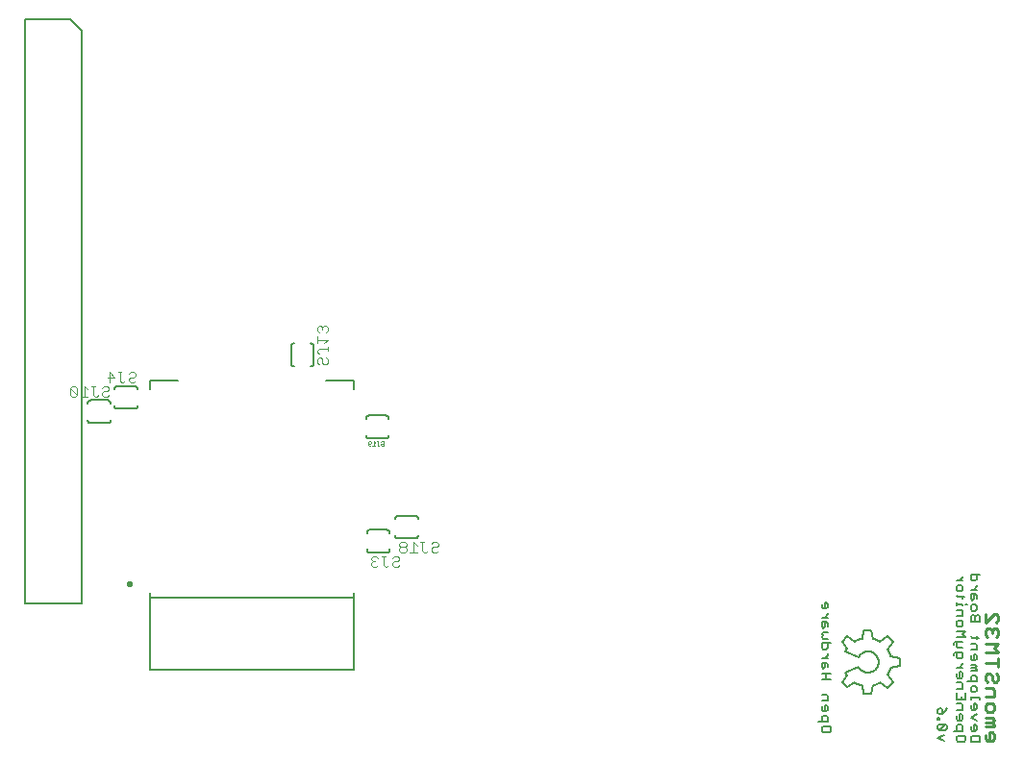
<source format=gbo>
G04 EAGLE Gerber RS-274X export*
G75*
%MOMM*%
%FSLAX34Y34*%
%LPD*%
%INSilkscreen Bottom*%
%IPPOS*%
%AMOC8*
5,1,8,0,0,1.08239X$1,22.5*%
G01*
%ADD10C,0.203200*%
%ADD11C,0.279400*%
%ADD12C,0.152400*%
%ADD13C,0.127000*%
%ADD14C,0.300000*%
%ADD15C,0.076200*%
%ADD16C,0.025400*%


D10*
X1066731Y140693D02*
X1066731Y137982D01*
X1065375Y136626D01*
X1059952Y136626D01*
X1058596Y137982D01*
X1058596Y140693D01*
X1059952Y142049D01*
X1065375Y142049D01*
X1066731Y140693D01*
X1064019Y145981D02*
X1055884Y145981D01*
X1064019Y145981D02*
X1064019Y150049D01*
X1062663Y151404D01*
X1059952Y151404D01*
X1058596Y150049D01*
X1058596Y145981D01*
X1058596Y156692D02*
X1058596Y159404D01*
X1058596Y156692D02*
X1059952Y155336D01*
X1062663Y155336D01*
X1064019Y156692D01*
X1064019Y159404D01*
X1062663Y160760D01*
X1061308Y160760D01*
X1061308Y155336D01*
X1064019Y164692D02*
X1058596Y164692D01*
X1064019Y164692D02*
X1064019Y168759D01*
X1062663Y170115D01*
X1058596Y170115D01*
X1066731Y174047D02*
X1066731Y179470D01*
X1066731Y174047D02*
X1058596Y174047D01*
X1058596Y179470D01*
X1062663Y176758D02*
X1062663Y174047D01*
X1064019Y183402D02*
X1058596Y183402D01*
X1064019Y183402D02*
X1064019Y187469D01*
X1062663Y188825D01*
X1058596Y188825D01*
X1058596Y194113D02*
X1058596Y196825D01*
X1058596Y194113D02*
X1059952Y192757D01*
X1062663Y192757D01*
X1064019Y194113D01*
X1064019Y196825D01*
X1062663Y198180D01*
X1061308Y198180D01*
X1061308Y192757D01*
X1064019Y202112D02*
X1058596Y202112D01*
X1061308Y202112D02*
X1064019Y204824D01*
X1064019Y206180D01*
X1055884Y212620D02*
X1055884Y213976D01*
X1057240Y215332D01*
X1064019Y215332D01*
X1064019Y211264D01*
X1062663Y209908D01*
X1059952Y209908D01*
X1058596Y211264D01*
X1058596Y215332D01*
X1059952Y219263D02*
X1064019Y219263D01*
X1059952Y219263D02*
X1058596Y220619D01*
X1058596Y224687D01*
X1057240Y224687D02*
X1064019Y224687D01*
X1057240Y224687D02*
X1055884Y223331D01*
X1055884Y221975D01*
X1058596Y228619D02*
X1066731Y228619D01*
X1064019Y231330D01*
X1066731Y234042D01*
X1058596Y234042D01*
X1058596Y239330D02*
X1058596Y242041D01*
X1059952Y243397D01*
X1062663Y243397D01*
X1064019Y242041D01*
X1064019Y239330D01*
X1062663Y237974D01*
X1059952Y237974D01*
X1058596Y239330D01*
X1058596Y247329D02*
X1064019Y247329D01*
X1064019Y251397D01*
X1062663Y252752D01*
X1058596Y252752D01*
X1064019Y256684D02*
X1064019Y258040D01*
X1058596Y258040D01*
X1058596Y256684D02*
X1058596Y259396D01*
X1066731Y258040D02*
X1068087Y258040D01*
X1065375Y264277D02*
X1059952Y264277D01*
X1058596Y265633D01*
X1064019Y265633D02*
X1064019Y262921D01*
X1058596Y270514D02*
X1058596Y273225D01*
X1059952Y274581D01*
X1062663Y274581D01*
X1064019Y273225D01*
X1064019Y270514D01*
X1062663Y269158D01*
X1059952Y269158D01*
X1058596Y270514D01*
X1058596Y278513D02*
X1064019Y278513D01*
X1061308Y278513D02*
X1064019Y281225D01*
X1064019Y282580D01*
X1071096Y136626D02*
X1079231Y136626D01*
X1071096Y136626D02*
X1071096Y140693D01*
X1072452Y142049D01*
X1077875Y142049D01*
X1079231Y140693D01*
X1079231Y136626D01*
X1071096Y147337D02*
X1071096Y150049D01*
X1071096Y147337D02*
X1072452Y145981D01*
X1075163Y145981D01*
X1076519Y147337D01*
X1076519Y150049D01*
X1075163Y151404D01*
X1073808Y151404D01*
X1073808Y145981D01*
X1076519Y155336D02*
X1071096Y158048D01*
X1076519Y160760D01*
X1071096Y166047D02*
X1071096Y168759D01*
X1071096Y166047D02*
X1072452Y164692D01*
X1075163Y164692D01*
X1076519Y166047D01*
X1076519Y168759D01*
X1075163Y170115D01*
X1073808Y170115D01*
X1073808Y164692D01*
X1079231Y174047D02*
X1079231Y175403D01*
X1071096Y175403D01*
X1071096Y176758D02*
X1071096Y174047D01*
X1071096Y181639D02*
X1071096Y184351D01*
X1072452Y185707D01*
X1075163Y185707D01*
X1076519Y184351D01*
X1076519Y181639D01*
X1075163Y180284D01*
X1072452Y180284D01*
X1071096Y181639D01*
X1068384Y189639D02*
X1076519Y189639D01*
X1076519Y193706D01*
X1075163Y195062D01*
X1072452Y195062D01*
X1071096Y193706D01*
X1071096Y189639D01*
X1071096Y198994D02*
X1076519Y198994D01*
X1076519Y200350D01*
X1075163Y201706D01*
X1071096Y201706D01*
X1075163Y201706D02*
X1076519Y203061D01*
X1075163Y204417D01*
X1071096Y204417D01*
X1071096Y209705D02*
X1071096Y212417D01*
X1071096Y209705D02*
X1072452Y208349D01*
X1075163Y208349D01*
X1076519Y209705D01*
X1076519Y212417D01*
X1075163Y213772D01*
X1073808Y213772D01*
X1073808Y208349D01*
X1076519Y217704D02*
X1071096Y217704D01*
X1076519Y217704D02*
X1076519Y221772D01*
X1075163Y223128D01*
X1071096Y223128D01*
X1072452Y228415D02*
X1077875Y228415D01*
X1072452Y228415D02*
X1071096Y229771D01*
X1076519Y229771D02*
X1076519Y227059D01*
X1079231Y242651D02*
X1071096Y242651D01*
X1079231Y242651D02*
X1079231Y246719D01*
X1077875Y248075D01*
X1076519Y248075D01*
X1075163Y246719D01*
X1073808Y248075D01*
X1072452Y248075D01*
X1071096Y246719D01*
X1071096Y242651D01*
X1075163Y242651D02*
X1075163Y246719D01*
X1071096Y253362D02*
X1071096Y256074D01*
X1072452Y257430D01*
X1075163Y257430D01*
X1076519Y256074D01*
X1076519Y253362D01*
X1075163Y252007D01*
X1072452Y252007D01*
X1071096Y253362D01*
X1076519Y262718D02*
X1076519Y265429D01*
X1075163Y266785D01*
X1071096Y266785D01*
X1071096Y262718D01*
X1072452Y261362D01*
X1073808Y262718D01*
X1073808Y266785D01*
X1076519Y270717D02*
X1071096Y270717D01*
X1073808Y270717D02*
X1076519Y273429D01*
X1076519Y274784D01*
X1079231Y283936D02*
X1071096Y283936D01*
X1071096Y279869D01*
X1072452Y278513D01*
X1075163Y278513D01*
X1076519Y279869D01*
X1076519Y283936D01*
D11*
X1083977Y142727D02*
X1083977Y138914D01*
X1085884Y137007D01*
X1089697Y137007D01*
X1091604Y138914D01*
X1091604Y142727D01*
X1089697Y144634D01*
X1087790Y144634D01*
X1087790Y137007D01*
X1083977Y150104D02*
X1091604Y150104D01*
X1091604Y152011D01*
X1089697Y153918D01*
X1083977Y153918D01*
X1089697Y153918D02*
X1091604Y155824D01*
X1089697Y157731D01*
X1083977Y157731D01*
X1083977Y165108D02*
X1083977Y168921D01*
X1085884Y170828D01*
X1089697Y170828D01*
X1091604Y168921D01*
X1091604Y165108D01*
X1089697Y163202D01*
X1085884Y163202D01*
X1083977Y165108D01*
X1083977Y176299D02*
X1091604Y176299D01*
X1091604Y182019D01*
X1089697Y183925D01*
X1083977Y183925D01*
X1095417Y195116D02*
X1093510Y197023D01*
X1095417Y195116D02*
X1095417Y191303D01*
X1093510Y189396D01*
X1091604Y189396D01*
X1089697Y191303D01*
X1089697Y195116D01*
X1087790Y197023D01*
X1085884Y197023D01*
X1083977Y195116D01*
X1083977Y191303D01*
X1085884Y189396D01*
X1083977Y206307D02*
X1095417Y206307D01*
X1095417Y210120D02*
X1095417Y202493D01*
X1095417Y215591D02*
X1083977Y215591D01*
X1091604Y219404D02*
X1095417Y215591D01*
X1091604Y219404D02*
X1095417Y223217D01*
X1083977Y223217D01*
X1093510Y228688D02*
X1095417Y230594D01*
X1095417Y234408D01*
X1093510Y236314D01*
X1091604Y236314D01*
X1089697Y234408D01*
X1089697Y232501D01*
X1089697Y234408D02*
X1087790Y236314D01*
X1085884Y236314D01*
X1083977Y234408D01*
X1083977Y230594D01*
X1085884Y228688D01*
X1083977Y241785D02*
X1083977Y249412D01*
X1083977Y241785D02*
X1091604Y249412D01*
X1093510Y249412D01*
X1095417Y247505D01*
X1095417Y243692D01*
X1093510Y241785D01*
D10*
X1042192Y140158D02*
X1047615Y137446D01*
X1047615Y142869D02*
X1042192Y140158D01*
X1043548Y146801D02*
X1048971Y146801D01*
X1050327Y148157D01*
X1050327Y150869D01*
X1048971Y152224D01*
X1043548Y152224D01*
X1042192Y150869D01*
X1042192Y148157D01*
X1043548Y146801D01*
X1048971Y152224D01*
X1043548Y156156D02*
X1042192Y156156D01*
X1043548Y156156D02*
X1043548Y157512D01*
X1042192Y157512D01*
X1042192Y156156D01*
X1048971Y163546D02*
X1050327Y166257D01*
X1048971Y163546D02*
X1046260Y160834D01*
X1043548Y160834D01*
X1042192Y162190D01*
X1042192Y164901D01*
X1043548Y166257D01*
X1044904Y166257D01*
X1046260Y164901D01*
X1046260Y160834D01*
X948014Y148852D02*
X948014Y146140D01*
X946658Y144784D01*
X941235Y144784D01*
X939879Y146140D01*
X939879Y148852D01*
X941235Y150208D01*
X946658Y150208D01*
X948014Y148852D01*
X945302Y154140D02*
X937167Y154140D01*
X945302Y154140D02*
X945302Y158207D01*
X943946Y159563D01*
X941235Y159563D01*
X939879Y158207D01*
X939879Y154140D01*
X939879Y164851D02*
X939879Y167562D01*
X939879Y164851D02*
X941235Y163495D01*
X943946Y163495D01*
X945302Y164851D01*
X945302Y167562D01*
X943946Y168918D01*
X942591Y168918D01*
X942591Y163495D01*
X945302Y172850D02*
X939879Y172850D01*
X945302Y172850D02*
X945302Y176917D01*
X943946Y178273D01*
X939879Y178273D01*
X939879Y191560D02*
X948014Y191560D01*
X943946Y191560D02*
X943946Y196984D01*
X939879Y196984D02*
X948014Y196984D01*
X945302Y202271D02*
X945302Y204983D01*
X943946Y206339D01*
X939879Y206339D01*
X939879Y202271D01*
X941235Y200916D01*
X942591Y202271D01*
X942591Y206339D01*
X945302Y210271D02*
X939879Y210271D01*
X942591Y210271D02*
X945302Y212982D01*
X945302Y214338D01*
X948014Y223490D02*
X939879Y223490D01*
X939879Y219422D01*
X941235Y218067D01*
X943946Y218067D01*
X945302Y219422D01*
X945302Y223490D01*
X945302Y227422D02*
X941235Y227422D01*
X939879Y228778D01*
X941235Y230133D01*
X939879Y231489D01*
X941235Y232845D01*
X945302Y232845D01*
X945302Y238133D02*
X945302Y240845D01*
X943946Y242200D01*
X939879Y242200D01*
X939879Y238133D01*
X941235Y236777D01*
X942591Y238133D01*
X942591Y242200D01*
X945302Y246132D02*
X939879Y246132D01*
X942591Y246132D02*
X945302Y248844D01*
X945302Y250200D01*
X939879Y255284D02*
X939879Y257996D01*
X939879Y255284D02*
X941235Y253928D01*
X943946Y253928D01*
X945302Y255284D01*
X945302Y257996D01*
X943946Y259351D01*
X942591Y259351D01*
X942591Y253928D01*
D12*
X971988Y202951D02*
X960558Y197871D01*
X962082Y195331D01*
X957764Y189235D01*
X962590Y184663D01*
X968686Y188727D01*
X975544Y186187D02*
X976814Y178567D01*
X983418Y178567D01*
X984942Y186187D01*
X991292Y188981D02*
X997896Y184409D01*
X1002468Y189235D01*
X997896Y195839D01*
X1000436Y202189D02*
X1008564Y203459D01*
X1008564Y210317D01*
X1000436Y211587D01*
X997896Y217937D02*
X1002468Y224541D01*
X997896Y229367D01*
X991292Y224795D01*
X984942Y227589D02*
X983418Y235209D01*
X976814Y235209D01*
X975544Y227589D01*
X968686Y225049D02*
X962590Y229367D01*
X957764Y224541D01*
X962082Y218445D01*
X960558Y215905D01*
X971988Y211079D01*
X972242Y211079D02*
X972344Y211283D01*
X972451Y211484D01*
X972563Y211682D01*
X972679Y211878D01*
X972801Y212071D01*
X972926Y212261D01*
X973057Y212447D01*
X973192Y212631D01*
X973332Y212811D01*
X973476Y212987D01*
X973624Y213160D01*
X973776Y213330D01*
X973933Y213495D01*
X974093Y213657D01*
X974257Y213815D01*
X974426Y213968D01*
X974598Y214118D01*
X974773Y214263D01*
X974952Y214404D01*
X975134Y214541D01*
X975320Y214673D01*
X975509Y214800D01*
X975701Y214923D01*
X975896Y215041D01*
X976093Y215154D01*
X976294Y215262D01*
X976497Y215366D01*
X976702Y215464D01*
X976910Y215558D01*
X977120Y215646D01*
X977332Y215729D01*
X977546Y215807D01*
X977762Y215879D01*
X977980Y215947D01*
X978199Y216009D01*
X978419Y216065D01*
X978641Y216117D01*
X978865Y216162D01*
X979089Y216203D01*
X979314Y216237D01*
X979540Y216267D01*
X979766Y216290D01*
X979993Y216309D01*
X980221Y216321D01*
X980449Y216328D01*
X980676Y216330D01*
X980904Y216326D01*
X981132Y216316D01*
X981359Y216301D01*
X981586Y216280D01*
X981812Y216254D01*
X982038Y216222D01*
X982262Y216185D01*
X982486Y216142D01*
X982709Y216094D01*
X982930Y216040D01*
X983150Y215981D01*
X983369Y215916D01*
X983586Y215847D01*
X983801Y215772D01*
X984014Y215691D01*
X984225Y215606D01*
X984434Y215515D01*
X984641Y215419D01*
X984845Y215319D01*
X985047Y215213D01*
X985246Y215102D01*
X985442Y214987D01*
X985636Y214867D01*
X985826Y214742D01*
X986014Y214612D01*
X986198Y214478D01*
X986379Y214340D01*
X986556Y214197D01*
X986730Y214050D01*
X986900Y213898D01*
X987067Y213743D01*
X987229Y213583D01*
X987388Y213420D01*
X987542Y213252D01*
X987693Y213081D01*
X987839Y212907D01*
X987981Y212728D01*
X988119Y212547D01*
X988252Y212362D01*
X988380Y212174D01*
X988504Y211983D01*
X988623Y211788D01*
X988737Y211591D01*
X988847Y211392D01*
X988951Y211189D01*
X989051Y210984D01*
X989145Y210777D01*
X989235Y210568D01*
X989319Y210356D01*
X989398Y210142D01*
X989472Y209927D01*
X989541Y209710D01*
X989604Y209491D01*
X989662Y209270D01*
X989714Y209049D01*
X989761Y208826D01*
X989803Y208602D01*
X989839Y208377D01*
X989869Y208151D01*
X989894Y207925D01*
X989914Y207698D01*
X989928Y207470D01*
X989936Y207243D01*
X989939Y207015D01*
X989936Y206787D01*
X989928Y206560D01*
X989914Y206332D01*
X989894Y206105D01*
X989869Y205879D01*
X989839Y205653D01*
X989803Y205428D01*
X989761Y205204D01*
X989714Y204981D01*
X989662Y204760D01*
X989604Y204539D01*
X989541Y204320D01*
X989472Y204103D01*
X989398Y203888D01*
X989319Y203674D01*
X989235Y203462D01*
X989145Y203253D01*
X989051Y203046D01*
X988951Y202841D01*
X988847Y202638D01*
X988737Y202439D01*
X988623Y202242D01*
X988504Y202047D01*
X988380Y201856D01*
X988252Y201668D01*
X988119Y201483D01*
X987981Y201302D01*
X987839Y201123D01*
X987693Y200949D01*
X987542Y200778D01*
X987388Y200610D01*
X987229Y200447D01*
X987067Y200287D01*
X986900Y200132D01*
X986730Y199980D01*
X986556Y199833D01*
X986379Y199690D01*
X986198Y199552D01*
X986014Y199418D01*
X985826Y199288D01*
X985636Y199163D01*
X985442Y199043D01*
X985246Y198928D01*
X985047Y198817D01*
X984845Y198711D01*
X984641Y198611D01*
X984434Y198515D01*
X984225Y198424D01*
X984014Y198339D01*
X983801Y198258D01*
X983586Y198183D01*
X983369Y198114D01*
X983150Y198049D01*
X982930Y197990D01*
X982709Y197936D01*
X982486Y197888D01*
X982262Y197845D01*
X982038Y197808D01*
X981812Y197776D01*
X981586Y197750D01*
X981359Y197729D01*
X981132Y197714D01*
X980904Y197704D01*
X980676Y197700D01*
X980449Y197702D01*
X980221Y197709D01*
X979993Y197721D01*
X979766Y197740D01*
X979540Y197763D01*
X979314Y197793D01*
X979089Y197827D01*
X978865Y197868D01*
X978641Y197913D01*
X978419Y197965D01*
X978199Y198021D01*
X977980Y198083D01*
X977762Y198151D01*
X977546Y198223D01*
X977332Y198301D01*
X977120Y198384D01*
X976910Y198472D01*
X976702Y198566D01*
X976497Y198664D01*
X976294Y198768D01*
X976093Y198876D01*
X975896Y198989D01*
X975701Y199107D01*
X975509Y199230D01*
X975320Y199357D01*
X975134Y199489D01*
X974952Y199626D01*
X974773Y199767D01*
X974598Y199912D01*
X974426Y200062D01*
X974257Y200215D01*
X974093Y200373D01*
X973933Y200535D01*
X973776Y200700D01*
X973624Y200870D01*
X973476Y201043D01*
X973332Y201219D01*
X973192Y201399D01*
X973057Y201583D01*
X972926Y201769D01*
X972801Y201959D01*
X972679Y202152D01*
X972563Y202348D01*
X972451Y202546D01*
X972344Y202747D01*
X972242Y202951D01*
X968768Y188812D02*
X969216Y188550D01*
X969670Y188300D01*
X970130Y188060D01*
X970596Y187832D01*
X971067Y187616D01*
X971543Y187411D01*
X972024Y187218D01*
X972510Y187037D01*
X973000Y186867D01*
X973494Y186710D01*
X973992Y186565D01*
X974493Y186432D01*
X974997Y186312D01*
X975505Y186204D01*
X984944Y186346D02*
X985413Y186468D01*
X985879Y186601D01*
X986342Y186745D01*
X986801Y186899D01*
X987257Y187064D01*
X987709Y187239D01*
X988157Y187425D01*
X988600Y187620D01*
X989039Y187826D01*
X989473Y188042D01*
X989902Y188267D01*
X990326Y188503D01*
X990744Y188748D01*
X991157Y189002D01*
X997987Y195927D02*
X998243Y196364D01*
X998488Y196807D01*
X998723Y197256D01*
X998946Y197710D01*
X999159Y198169D01*
X999360Y198633D01*
X999551Y199102D01*
X999730Y199576D01*
X999898Y200053D01*
X1000054Y200535D01*
X1000199Y201020D01*
X1000332Y201508D01*
X1000453Y202000D01*
X1000500Y211722D02*
X1000385Y212197D01*
X1000260Y212669D01*
X1000124Y213138D01*
X999977Y213604D01*
X999820Y214066D01*
X999652Y214525D01*
X999474Y214980D01*
X999285Y215430D01*
X999085Y215876D01*
X998876Y216317D01*
X998657Y216754D01*
X998427Y217185D01*
X998188Y217611D01*
X997939Y218031D01*
X991251Y224766D02*
X990836Y225035D01*
X990413Y225294D01*
X989985Y225542D01*
X989551Y225780D01*
X989111Y226008D01*
X988666Y226225D01*
X988215Y226431D01*
X987760Y226627D01*
X987301Y226811D01*
X986837Y226984D01*
X986369Y227146D01*
X985897Y227297D01*
X985422Y227436D01*
X984943Y227564D01*
X975456Y227612D02*
X974979Y227518D01*
X974505Y227413D01*
X974033Y227296D01*
X973565Y227168D01*
X973099Y227029D01*
X972637Y226879D01*
X972178Y226718D01*
X971724Y226547D01*
X971273Y226364D01*
X970827Y226171D01*
X970386Y225968D01*
X969950Y225754D01*
X969519Y225530D01*
X969093Y225296D01*
X968673Y225051D01*
D13*
X238424Y258488D02*
X238424Y773488D01*
X278424Y773488D01*
X288424Y763488D01*
X288424Y258488D01*
X238424Y258488D01*
D14*
X329380Y275280D02*
X329382Y275343D01*
X329388Y275405D01*
X329398Y275467D01*
X329411Y275529D01*
X329429Y275589D01*
X329450Y275648D01*
X329475Y275706D01*
X329504Y275762D01*
X329536Y275816D01*
X329571Y275868D01*
X329609Y275917D01*
X329651Y275965D01*
X329695Y276009D01*
X329743Y276051D01*
X329792Y276089D01*
X329844Y276124D01*
X329898Y276156D01*
X329954Y276185D01*
X330012Y276210D01*
X330071Y276231D01*
X330131Y276249D01*
X330193Y276262D01*
X330255Y276272D01*
X330317Y276278D01*
X330380Y276280D01*
X330443Y276278D01*
X330505Y276272D01*
X330567Y276262D01*
X330629Y276249D01*
X330689Y276231D01*
X330748Y276210D01*
X330806Y276185D01*
X330862Y276156D01*
X330916Y276124D01*
X330968Y276089D01*
X331017Y276051D01*
X331065Y276009D01*
X331109Y275965D01*
X331151Y275917D01*
X331189Y275868D01*
X331224Y275816D01*
X331256Y275762D01*
X331285Y275706D01*
X331310Y275648D01*
X331331Y275589D01*
X331349Y275529D01*
X331362Y275467D01*
X331372Y275405D01*
X331378Y275343D01*
X331380Y275280D01*
X331378Y275217D01*
X331372Y275155D01*
X331362Y275093D01*
X331349Y275031D01*
X331331Y274971D01*
X331310Y274912D01*
X331285Y274854D01*
X331256Y274798D01*
X331224Y274744D01*
X331189Y274692D01*
X331151Y274643D01*
X331109Y274595D01*
X331065Y274551D01*
X331017Y274509D01*
X330968Y274471D01*
X330916Y274436D01*
X330862Y274404D01*
X330806Y274375D01*
X330748Y274350D01*
X330689Y274329D01*
X330629Y274311D01*
X330567Y274298D01*
X330505Y274288D01*
X330443Y274282D01*
X330380Y274280D01*
X330317Y274282D01*
X330255Y274288D01*
X330193Y274298D01*
X330131Y274311D01*
X330071Y274329D01*
X330012Y274350D01*
X329954Y274375D01*
X329898Y274404D01*
X329844Y274436D01*
X329792Y274471D01*
X329743Y274509D01*
X329695Y274551D01*
X329651Y274595D01*
X329609Y274643D01*
X329571Y274692D01*
X329536Y274744D01*
X329504Y274798D01*
X329475Y274854D01*
X329450Y274912D01*
X329429Y274971D01*
X329411Y275031D01*
X329398Y275093D01*
X329388Y275155D01*
X329382Y275217D01*
X329380Y275280D01*
D13*
X348150Y267660D02*
X348150Y200160D01*
X528150Y200160D01*
X528150Y267660D01*
X348150Y447660D02*
X348150Y455160D01*
X373150Y455160D01*
X503150Y455160D02*
X528150Y455160D01*
X528150Y447660D01*
X527750Y263160D02*
X348550Y263160D01*
D10*
X335128Y430051D02*
X319128Y430051D01*
X317128Y447051D02*
X317110Y447149D01*
X317096Y447249D01*
X317086Y447348D01*
X317080Y447448D01*
X317078Y447548D01*
X317080Y447648D01*
X317086Y447748D01*
X317095Y447848D01*
X317109Y447947D01*
X317126Y448046D01*
X317148Y448144D01*
X317173Y448241D01*
X317202Y448336D01*
X317235Y448431D01*
X317271Y448524D01*
X317311Y448616D01*
X317355Y448706D01*
X317402Y448795D01*
X317452Y448881D01*
X317506Y448965D01*
X317563Y449048D01*
X317624Y449128D01*
X317687Y449205D01*
X317754Y449280D01*
X317823Y449352D01*
X317895Y449422D01*
X317970Y449488D01*
X318047Y449552D01*
X318127Y449612D01*
X318209Y449670D01*
X318293Y449724D01*
X318380Y449775D01*
X318468Y449822D01*
X318558Y449866D01*
X318650Y449906D01*
X318743Y449942D01*
X318837Y449975D01*
X318933Y450005D01*
X319030Y450030D01*
X319128Y450051D01*
X335128Y450051D02*
X335226Y450030D01*
X335323Y450005D01*
X335419Y449975D01*
X335513Y449942D01*
X335606Y449906D01*
X335698Y449866D01*
X335788Y449822D01*
X335876Y449775D01*
X335963Y449724D01*
X336047Y449670D01*
X336129Y449612D01*
X336209Y449552D01*
X336286Y449488D01*
X336361Y449422D01*
X336433Y449352D01*
X336502Y449280D01*
X336569Y449205D01*
X336632Y449128D01*
X336693Y449048D01*
X336750Y448965D01*
X336804Y448881D01*
X336854Y448795D01*
X336901Y448706D01*
X336945Y448616D01*
X336985Y448524D01*
X337021Y448431D01*
X337054Y448336D01*
X337083Y448241D01*
X337108Y448144D01*
X337130Y448046D01*
X337147Y447947D01*
X337161Y447848D01*
X337170Y447748D01*
X337176Y447648D01*
X337178Y447548D01*
X337176Y447448D01*
X337170Y447348D01*
X337160Y447249D01*
X337146Y447149D01*
X337128Y447051D01*
X337128Y433051D02*
X337146Y432953D01*
X337160Y432853D01*
X337170Y432754D01*
X337176Y432654D01*
X337178Y432554D01*
X337176Y432454D01*
X337170Y432354D01*
X337161Y432254D01*
X337147Y432155D01*
X337130Y432056D01*
X337108Y431958D01*
X337083Y431861D01*
X337054Y431766D01*
X337021Y431671D01*
X336985Y431578D01*
X336945Y431486D01*
X336901Y431396D01*
X336854Y431307D01*
X336804Y431221D01*
X336750Y431137D01*
X336693Y431054D01*
X336632Y430974D01*
X336569Y430897D01*
X336502Y430822D01*
X336433Y430750D01*
X336361Y430680D01*
X336286Y430614D01*
X336209Y430550D01*
X336129Y430490D01*
X336047Y430432D01*
X335963Y430378D01*
X335876Y430327D01*
X335788Y430280D01*
X335698Y430236D01*
X335606Y430196D01*
X335513Y430160D01*
X335419Y430127D01*
X335323Y430097D01*
X335226Y430072D01*
X335128Y430051D01*
X319128Y430051D02*
X319030Y430072D01*
X318933Y430097D01*
X318837Y430127D01*
X318743Y430160D01*
X318650Y430196D01*
X318558Y430236D01*
X318468Y430280D01*
X318380Y430327D01*
X318293Y430378D01*
X318209Y430432D01*
X318127Y430490D01*
X318047Y430550D01*
X317970Y430614D01*
X317895Y430680D01*
X317823Y430750D01*
X317754Y430822D01*
X317687Y430897D01*
X317624Y430974D01*
X317563Y431054D01*
X317506Y431137D01*
X317452Y431221D01*
X317402Y431307D01*
X317355Y431396D01*
X317311Y431486D01*
X317271Y431578D01*
X317235Y431671D01*
X317202Y431766D01*
X317173Y431861D01*
X317148Y431958D01*
X317126Y432056D01*
X317109Y432155D01*
X317095Y432254D01*
X317086Y432354D01*
X317080Y432454D01*
X317078Y432554D01*
X317080Y432654D01*
X317086Y432754D01*
X317096Y432853D01*
X317110Y432953D01*
X317128Y433051D01*
X319128Y450051D02*
X335128Y450051D01*
D15*
X329556Y460970D02*
X331124Y462538D01*
X334259Y462538D01*
X335827Y460970D01*
X335827Y459403D01*
X334259Y457835D01*
X331124Y457835D01*
X329556Y456267D01*
X329556Y454700D01*
X331124Y453132D01*
X334259Y453132D01*
X335827Y454700D01*
X326472Y454700D02*
X324904Y453132D01*
X323336Y453132D01*
X321769Y454700D01*
X321769Y462538D01*
X323336Y462538D02*
X320201Y462538D01*
X312413Y462538D02*
X312413Y453132D01*
X317116Y457835D02*
X312413Y462538D01*
X310846Y457835D02*
X317116Y457835D01*
D10*
X311624Y417571D02*
X295624Y417571D01*
X293624Y434571D02*
X293606Y434669D01*
X293592Y434769D01*
X293582Y434868D01*
X293576Y434968D01*
X293574Y435068D01*
X293576Y435168D01*
X293582Y435268D01*
X293591Y435368D01*
X293605Y435467D01*
X293622Y435566D01*
X293644Y435664D01*
X293669Y435761D01*
X293698Y435856D01*
X293731Y435951D01*
X293767Y436044D01*
X293807Y436136D01*
X293851Y436226D01*
X293898Y436315D01*
X293948Y436401D01*
X294002Y436485D01*
X294059Y436568D01*
X294120Y436648D01*
X294183Y436725D01*
X294250Y436800D01*
X294319Y436872D01*
X294391Y436942D01*
X294466Y437008D01*
X294543Y437072D01*
X294623Y437132D01*
X294705Y437190D01*
X294789Y437244D01*
X294876Y437295D01*
X294964Y437342D01*
X295054Y437386D01*
X295146Y437426D01*
X295239Y437462D01*
X295333Y437495D01*
X295429Y437525D01*
X295526Y437550D01*
X295624Y437571D01*
X311624Y437571D02*
X311722Y437550D01*
X311819Y437525D01*
X311915Y437495D01*
X312009Y437462D01*
X312102Y437426D01*
X312194Y437386D01*
X312284Y437342D01*
X312372Y437295D01*
X312459Y437244D01*
X312543Y437190D01*
X312625Y437132D01*
X312705Y437072D01*
X312782Y437008D01*
X312857Y436942D01*
X312929Y436872D01*
X312998Y436800D01*
X313065Y436725D01*
X313128Y436648D01*
X313189Y436568D01*
X313246Y436485D01*
X313300Y436401D01*
X313350Y436315D01*
X313397Y436226D01*
X313441Y436136D01*
X313481Y436044D01*
X313517Y435951D01*
X313550Y435856D01*
X313579Y435761D01*
X313604Y435664D01*
X313626Y435566D01*
X313643Y435467D01*
X313657Y435368D01*
X313666Y435268D01*
X313672Y435168D01*
X313674Y435068D01*
X313672Y434968D01*
X313666Y434868D01*
X313656Y434769D01*
X313642Y434669D01*
X313624Y434571D01*
X313624Y420571D02*
X313642Y420473D01*
X313656Y420373D01*
X313666Y420274D01*
X313672Y420174D01*
X313674Y420074D01*
X313672Y419974D01*
X313666Y419874D01*
X313657Y419774D01*
X313643Y419675D01*
X313626Y419576D01*
X313604Y419478D01*
X313579Y419381D01*
X313550Y419286D01*
X313517Y419191D01*
X313481Y419098D01*
X313441Y419006D01*
X313397Y418916D01*
X313350Y418827D01*
X313300Y418741D01*
X313246Y418657D01*
X313189Y418574D01*
X313128Y418494D01*
X313065Y418417D01*
X312998Y418342D01*
X312929Y418270D01*
X312857Y418200D01*
X312782Y418134D01*
X312705Y418070D01*
X312625Y418010D01*
X312543Y417952D01*
X312459Y417898D01*
X312372Y417847D01*
X312284Y417800D01*
X312194Y417756D01*
X312102Y417716D01*
X312009Y417680D01*
X311915Y417647D01*
X311819Y417617D01*
X311722Y417592D01*
X311624Y417571D01*
X295624Y417571D02*
X295526Y417592D01*
X295429Y417617D01*
X295333Y417647D01*
X295239Y417680D01*
X295146Y417716D01*
X295054Y417756D01*
X294964Y417800D01*
X294876Y417847D01*
X294789Y417898D01*
X294705Y417952D01*
X294623Y418010D01*
X294543Y418070D01*
X294466Y418134D01*
X294391Y418200D01*
X294319Y418270D01*
X294250Y418342D01*
X294183Y418417D01*
X294120Y418494D01*
X294059Y418574D01*
X294002Y418657D01*
X293948Y418741D01*
X293898Y418827D01*
X293851Y418916D01*
X293807Y419006D01*
X293767Y419098D01*
X293731Y419191D01*
X293698Y419286D01*
X293669Y419381D01*
X293644Y419478D01*
X293622Y419576D01*
X293605Y419675D01*
X293591Y419774D01*
X293582Y419874D01*
X293576Y419974D01*
X293574Y420074D01*
X293576Y420174D01*
X293582Y420274D01*
X293592Y420373D01*
X293606Y420473D01*
X293624Y420571D01*
X295624Y437571D02*
X311624Y437571D01*
D15*
X306052Y448490D02*
X307620Y450058D01*
X310755Y450058D01*
X312323Y448490D01*
X312323Y446922D01*
X310755Y445355D01*
X307620Y445355D01*
X306052Y443787D01*
X306052Y442219D01*
X307620Y440652D01*
X310755Y440652D01*
X312323Y442219D01*
X302967Y442219D02*
X301400Y440652D01*
X299832Y440652D01*
X298264Y442219D01*
X298264Y450058D01*
X296697Y450058D02*
X299832Y450058D01*
X293612Y446922D02*
X290477Y450058D01*
X290477Y440652D01*
X293612Y440652D02*
X287342Y440652D01*
X284257Y442219D02*
X284257Y448490D01*
X282689Y450058D01*
X279554Y450058D01*
X277986Y448490D01*
X277986Y442219D01*
X279554Y440652D01*
X282689Y440652D01*
X284257Y442219D01*
X277986Y448490D01*
D10*
X472550Y469637D02*
X472550Y485637D01*
X489550Y487637D02*
X489648Y487655D01*
X489748Y487669D01*
X489847Y487679D01*
X489947Y487685D01*
X490047Y487687D01*
X490147Y487685D01*
X490247Y487679D01*
X490347Y487670D01*
X490446Y487656D01*
X490545Y487639D01*
X490643Y487617D01*
X490740Y487592D01*
X490835Y487563D01*
X490930Y487530D01*
X491023Y487494D01*
X491115Y487454D01*
X491205Y487410D01*
X491294Y487363D01*
X491380Y487313D01*
X491464Y487259D01*
X491547Y487202D01*
X491627Y487141D01*
X491704Y487078D01*
X491779Y487011D01*
X491851Y486942D01*
X491921Y486870D01*
X491987Y486795D01*
X492051Y486718D01*
X492111Y486638D01*
X492169Y486556D01*
X492223Y486472D01*
X492274Y486385D01*
X492321Y486297D01*
X492365Y486207D01*
X492405Y486115D01*
X492441Y486022D01*
X492474Y485928D01*
X492504Y485832D01*
X492529Y485735D01*
X492550Y485637D01*
X492550Y469637D02*
X492529Y469539D01*
X492504Y469442D01*
X492474Y469346D01*
X492441Y469252D01*
X492405Y469159D01*
X492365Y469067D01*
X492321Y468977D01*
X492274Y468889D01*
X492223Y468802D01*
X492169Y468718D01*
X492111Y468636D01*
X492051Y468556D01*
X491987Y468479D01*
X491921Y468404D01*
X491851Y468332D01*
X491779Y468263D01*
X491704Y468196D01*
X491627Y468133D01*
X491547Y468072D01*
X491464Y468015D01*
X491380Y467961D01*
X491294Y467911D01*
X491205Y467864D01*
X491115Y467820D01*
X491023Y467780D01*
X490930Y467744D01*
X490835Y467711D01*
X490740Y467682D01*
X490643Y467657D01*
X490545Y467635D01*
X490446Y467618D01*
X490347Y467604D01*
X490247Y467595D01*
X490147Y467589D01*
X490047Y467587D01*
X489947Y467589D01*
X489847Y467595D01*
X489748Y467605D01*
X489648Y467619D01*
X489550Y467637D01*
X475550Y467637D02*
X475452Y467619D01*
X475352Y467605D01*
X475253Y467595D01*
X475153Y467589D01*
X475053Y467587D01*
X474953Y467589D01*
X474853Y467595D01*
X474753Y467604D01*
X474654Y467618D01*
X474555Y467635D01*
X474457Y467657D01*
X474360Y467682D01*
X474265Y467711D01*
X474170Y467744D01*
X474077Y467780D01*
X473985Y467820D01*
X473895Y467864D01*
X473806Y467911D01*
X473720Y467961D01*
X473636Y468015D01*
X473553Y468072D01*
X473473Y468133D01*
X473396Y468196D01*
X473321Y468263D01*
X473249Y468332D01*
X473179Y468404D01*
X473113Y468479D01*
X473049Y468556D01*
X472989Y468636D01*
X472931Y468718D01*
X472877Y468802D01*
X472826Y468889D01*
X472779Y468977D01*
X472735Y469067D01*
X472695Y469159D01*
X472659Y469252D01*
X472626Y469346D01*
X472596Y469442D01*
X472571Y469539D01*
X472550Y469637D01*
X472550Y485637D02*
X472571Y485735D01*
X472596Y485832D01*
X472626Y485928D01*
X472659Y486022D01*
X472695Y486115D01*
X472735Y486207D01*
X472779Y486297D01*
X472826Y486385D01*
X472877Y486472D01*
X472931Y486556D01*
X472989Y486638D01*
X473049Y486718D01*
X473113Y486795D01*
X473179Y486870D01*
X473249Y486942D01*
X473321Y487011D01*
X473396Y487078D01*
X473473Y487141D01*
X473553Y487202D01*
X473636Y487259D01*
X473720Y487313D01*
X473806Y487363D01*
X473895Y487410D01*
X473985Y487454D01*
X474077Y487494D01*
X474170Y487530D01*
X474265Y487563D01*
X474360Y487592D01*
X474457Y487617D01*
X474555Y487639D01*
X474654Y487656D01*
X474753Y487670D01*
X474853Y487679D01*
X474953Y487685D01*
X475053Y487687D01*
X475153Y487685D01*
X475253Y487679D01*
X475352Y487669D01*
X475452Y487655D01*
X475550Y487637D01*
X492550Y485637D02*
X492550Y469637D01*
D15*
X503469Y475208D02*
X505037Y473641D01*
X505037Y470505D01*
X503469Y468938D01*
X501901Y468938D01*
X500334Y470505D01*
X500334Y473641D01*
X498766Y475208D01*
X497198Y475208D01*
X495631Y473641D01*
X495631Y470505D01*
X497198Y468938D01*
X497198Y478293D02*
X495631Y479860D01*
X495631Y481428D01*
X497198Y482996D01*
X505037Y482996D01*
X505037Y484563D02*
X505037Y481428D01*
X501901Y487648D02*
X505037Y490783D01*
X495631Y490783D01*
X495631Y487648D02*
X495631Y493919D01*
X503469Y497003D02*
X505037Y498571D01*
X505037Y501706D01*
X503469Y503274D01*
X501901Y503274D01*
X500334Y501706D01*
X500334Y500139D01*
X500334Y501706D02*
X498766Y503274D01*
X497198Y503274D01*
X495631Y501706D01*
X495631Y498571D01*
X497198Y497003D01*
D10*
X541371Y323350D02*
X557371Y323350D01*
X559371Y306350D02*
X559389Y306252D01*
X559403Y306152D01*
X559413Y306053D01*
X559419Y305953D01*
X559421Y305853D01*
X559419Y305753D01*
X559413Y305653D01*
X559404Y305553D01*
X559390Y305454D01*
X559373Y305355D01*
X559351Y305257D01*
X559326Y305160D01*
X559297Y305065D01*
X559264Y304970D01*
X559228Y304877D01*
X559188Y304785D01*
X559144Y304695D01*
X559097Y304606D01*
X559047Y304520D01*
X558993Y304436D01*
X558936Y304353D01*
X558875Y304273D01*
X558812Y304196D01*
X558745Y304121D01*
X558676Y304049D01*
X558604Y303979D01*
X558529Y303913D01*
X558452Y303849D01*
X558372Y303789D01*
X558290Y303731D01*
X558206Y303677D01*
X558119Y303626D01*
X558031Y303579D01*
X557941Y303535D01*
X557849Y303495D01*
X557756Y303459D01*
X557662Y303426D01*
X557566Y303396D01*
X557469Y303371D01*
X557371Y303350D01*
X541371Y303350D02*
X541273Y303371D01*
X541176Y303396D01*
X541080Y303426D01*
X540986Y303459D01*
X540893Y303495D01*
X540801Y303535D01*
X540711Y303579D01*
X540623Y303626D01*
X540536Y303677D01*
X540452Y303731D01*
X540370Y303789D01*
X540290Y303849D01*
X540213Y303913D01*
X540138Y303979D01*
X540066Y304049D01*
X539997Y304121D01*
X539930Y304196D01*
X539867Y304273D01*
X539806Y304353D01*
X539749Y304436D01*
X539695Y304520D01*
X539645Y304606D01*
X539598Y304695D01*
X539554Y304785D01*
X539514Y304877D01*
X539478Y304970D01*
X539445Y305065D01*
X539416Y305160D01*
X539391Y305257D01*
X539369Y305355D01*
X539352Y305454D01*
X539338Y305553D01*
X539329Y305653D01*
X539323Y305753D01*
X539321Y305853D01*
X539323Y305953D01*
X539329Y306053D01*
X539339Y306152D01*
X539353Y306252D01*
X539371Y306350D01*
X539371Y320350D02*
X539353Y320448D01*
X539339Y320548D01*
X539329Y320647D01*
X539323Y320747D01*
X539321Y320847D01*
X539323Y320947D01*
X539329Y321047D01*
X539338Y321147D01*
X539352Y321246D01*
X539369Y321345D01*
X539391Y321443D01*
X539416Y321540D01*
X539445Y321635D01*
X539478Y321730D01*
X539514Y321823D01*
X539554Y321915D01*
X539598Y322005D01*
X539645Y322094D01*
X539695Y322180D01*
X539749Y322264D01*
X539806Y322347D01*
X539867Y322427D01*
X539930Y322504D01*
X539997Y322579D01*
X540066Y322651D01*
X540138Y322721D01*
X540213Y322787D01*
X540290Y322851D01*
X540370Y322911D01*
X540452Y322969D01*
X540536Y323023D01*
X540623Y323074D01*
X540711Y323121D01*
X540801Y323165D01*
X540893Y323205D01*
X540986Y323241D01*
X541080Y323274D01*
X541176Y323304D01*
X541273Y323329D01*
X541371Y323350D01*
X557371Y323350D02*
X557469Y323329D01*
X557566Y323304D01*
X557662Y323274D01*
X557756Y323241D01*
X557849Y323205D01*
X557941Y323165D01*
X558031Y323121D01*
X558119Y323074D01*
X558206Y323023D01*
X558290Y322969D01*
X558372Y322911D01*
X558452Y322851D01*
X558529Y322787D01*
X558604Y322721D01*
X558676Y322651D01*
X558745Y322579D01*
X558812Y322504D01*
X558875Y322427D01*
X558936Y322347D01*
X558993Y322264D01*
X559047Y322180D01*
X559097Y322094D01*
X559144Y322005D01*
X559188Y321915D01*
X559228Y321823D01*
X559264Y321730D01*
X559297Y321635D01*
X559326Y321540D01*
X559351Y321443D01*
X559373Y321345D01*
X559390Y321246D01*
X559404Y321147D01*
X559413Y321047D01*
X559419Y320947D01*
X559421Y320847D01*
X559419Y320747D01*
X559413Y320647D01*
X559403Y320548D01*
X559389Y320448D01*
X559371Y320350D01*
X557371Y303350D02*
X541371Y303350D01*
D15*
X561705Y298709D02*
X563272Y300277D01*
X566408Y300277D01*
X567975Y298709D01*
X567975Y297142D01*
X566408Y295574D01*
X563272Y295574D01*
X561705Y294006D01*
X561705Y292439D01*
X563272Y290871D01*
X566408Y290871D01*
X567975Y292439D01*
X558620Y292439D02*
X557052Y290871D01*
X555485Y290871D01*
X553917Y292439D01*
X553917Y300277D01*
X555485Y300277D02*
X552349Y300277D01*
X549265Y298709D02*
X547697Y300277D01*
X544562Y300277D01*
X542994Y298709D01*
X542994Y297142D01*
X544562Y295574D01*
X546130Y295574D01*
X544562Y295574D02*
X542994Y294006D01*
X542994Y292439D01*
X544562Y290871D01*
X547697Y290871D01*
X549265Y292439D01*
D10*
X566374Y335915D02*
X582374Y335915D01*
X584374Y318915D02*
X584392Y318817D01*
X584406Y318717D01*
X584416Y318618D01*
X584422Y318518D01*
X584424Y318418D01*
X584422Y318318D01*
X584416Y318218D01*
X584407Y318118D01*
X584393Y318019D01*
X584376Y317920D01*
X584354Y317822D01*
X584329Y317725D01*
X584300Y317630D01*
X584267Y317535D01*
X584231Y317442D01*
X584191Y317350D01*
X584147Y317260D01*
X584100Y317171D01*
X584050Y317085D01*
X583996Y317001D01*
X583939Y316918D01*
X583878Y316838D01*
X583815Y316761D01*
X583748Y316686D01*
X583679Y316614D01*
X583607Y316544D01*
X583532Y316478D01*
X583455Y316414D01*
X583375Y316354D01*
X583293Y316296D01*
X583209Y316242D01*
X583122Y316191D01*
X583034Y316144D01*
X582944Y316100D01*
X582852Y316060D01*
X582759Y316024D01*
X582665Y315991D01*
X582569Y315961D01*
X582472Y315936D01*
X582374Y315915D01*
X566374Y315915D02*
X566276Y315936D01*
X566179Y315961D01*
X566083Y315991D01*
X565989Y316024D01*
X565896Y316060D01*
X565804Y316100D01*
X565714Y316144D01*
X565626Y316191D01*
X565539Y316242D01*
X565455Y316296D01*
X565373Y316354D01*
X565293Y316414D01*
X565216Y316478D01*
X565141Y316544D01*
X565069Y316614D01*
X565000Y316686D01*
X564933Y316761D01*
X564870Y316838D01*
X564809Y316918D01*
X564752Y317001D01*
X564698Y317085D01*
X564648Y317171D01*
X564601Y317260D01*
X564557Y317350D01*
X564517Y317442D01*
X564481Y317535D01*
X564448Y317630D01*
X564419Y317725D01*
X564394Y317822D01*
X564372Y317920D01*
X564355Y318019D01*
X564341Y318118D01*
X564332Y318218D01*
X564326Y318318D01*
X564324Y318418D01*
X564326Y318518D01*
X564332Y318618D01*
X564342Y318717D01*
X564356Y318817D01*
X564374Y318915D01*
X564374Y332915D02*
X564356Y333013D01*
X564342Y333113D01*
X564332Y333212D01*
X564326Y333312D01*
X564324Y333412D01*
X564326Y333512D01*
X564332Y333612D01*
X564341Y333712D01*
X564355Y333811D01*
X564372Y333910D01*
X564394Y334008D01*
X564419Y334105D01*
X564448Y334200D01*
X564481Y334295D01*
X564517Y334388D01*
X564557Y334480D01*
X564601Y334570D01*
X564648Y334659D01*
X564698Y334745D01*
X564752Y334829D01*
X564809Y334912D01*
X564870Y334992D01*
X564933Y335069D01*
X565000Y335144D01*
X565069Y335216D01*
X565141Y335286D01*
X565216Y335352D01*
X565293Y335416D01*
X565373Y335476D01*
X565455Y335534D01*
X565539Y335588D01*
X565626Y335639D01*
X565714Y335686D01*
X565804Y335730D01*
X565896Y335770D01*
X565989Y335806D01*
X566083Y335839D01*
X566179Y335869D01*
X566276Y335894D01*
X566374Y335915D01*
X582374Y335915D02*
X582472Y335894D01*
X582569Y335869D01*
X582665Y335839D01*
X582759Y335806D01*
X582852Y335770D01*
X582944Y335730D01*
X583034Y335686D01*
X583122Y335639D01*
X583209Y335588D01*
X583293Y335534D01*
X583375Y335476D01*
X583455Y335416D01*
X583532Y335352D01*
X583607Y335286D01*
X583679Y335216D01*
X583748Y335144D01*
X583815Y335069D01*
X583878Y334992D01*
X583939Y334912D01*
X583996Y334829D01*
X584050Y334745D01*
X584100Y334659D01*
X584147Y334570D01*
X584191Y334480D01*
X584231Y334388D01*
X584267Y334295D01*
X584300Y334200D01*
X584329Y334105D01*
X584354Y334008D01*
X584376Y333910D01*
X584393Y333811D01*
X584407Y333712D01*
X584416Y333612D01*
X584422Y333512D01*
X584424Y333412D01*
X584422Y333312D01*
X584416Y333212D01*
X584406Y333113D01*
X584392Y333013D01*
X584374Y332915D01*
X582374Y315915D02*
X566374Y315915D01*
D15*
X596063Y311274D02*
X597631Y312842D01*
X600766Y312842D01*
X602334Y311274D01*
X602334Y309706D01*
X600766Y308139D01*
X597631Y308139D01*
X596063Y306571D01*
X596063Y305003D01*
X597631Y303436D01*
X600766Y303436D01*
X602334Y305003D01*
X592978Y305003D02*
X591411Y303436D01*
X589843Y303436D01*
X588275Y305003D01*
X588275Y312842D01*
X586708Y312842D02*
X589843Y312842D01*
X583623Y309706D02*
X580488Y312842D01*
X580488Y303436D01*
X583623Y303436D02*
X577353Y303436D01*
X574268Y311274D02*
X572700Y312842D01*
X569565Y312842D01*
X567997Y311274D01*
X567997Y309706D01*
X569565Y308139D01*
X567997Y306571D01*
X567997Y305003D01*
X569565Y303436D01*
X572700Y303436D01*
X574268Y305003D01*
X574268Y306571D01*
X572700Y308139D01*
X574268Y309706D01*
X574268Y311274D01*
X572700Y308139D02*
X569565Y308139D01*
D10*
X556640Y424020D02*
X540640Y424020D01*
X558640Y407020D02*
X558658Y406922D01*
X558672Y406822D01*
X558682Y406723D01*
X558688Y406623D01*
X558690Y406523D01*
X558688Y406423D01*
X558682Y406323D01*
X558673Y406223D01*
X558659Y406124D01*
X558642Y406025D01*
X558620Y405927D01*
X558595Y405830D01*
X558566Y405735D01*
X558533Y405640D01*
X558497Y405547D01*
X558457Y405455D01*
X558413Y405365D01*
X558366Y405276D01*
X558316Y405190D01*
X558262Y405106D01*
X558205Y405023D01*
X558144Y404943D01*
X558081Y404866D01*
X558014Y404791D01*
X557945Y404719D01*
X557873Y404649D01*
X557798Y404583D01*
X557721Y404519D01*
X557641Y404459D01*
X557559Y404401D01*
X557475Y404347D01*
X557388Y404296D01*
X557300Y404249D01*
X557210Y404205D01*
X557118Y404165D01*
X557025Y404129D01*
X556931Y404096D01*
X556835Y404066D01*
X556738Y404041D01*
X556640Y404020D01*
X540640Y404020D02*
X540542Y404041D01*
X540445Y404066D01*
X540349Y404096D01*
X540255Y404129D01*
X540162Y404165D01*
X540070Y404205D01*
X539980Y404249D01*
X539892Y404296D01*
X539805Y404347D01*
X539721Y404401D01*
X539639Y404459D01*
X539559Y404519D01*
X539482Y404583D01*
X539407Y404649D01*
X539335Y404719D01*
X539266Y404791D01*
X539199Y404866D01*
X539136Y404943D01*
X539075Y405023D01*
X539018Y405106D01*
X538964Y405190D01*
X538914Y405276D01*
X538867Y405365D01*
X538823Y405455D01*
X538783Y405547D01*
X538747Y405640D01*
X538714Y405735D01*
X538685Y405830D01*
X538660Y405927D01*
X538638Y406025D01*
X538621Y406124D01*
X538607Y406223D01*
X538598Y406323D01*
X538592Y406423D01*
X538590Y406523D01*
X538592Y406623D01*
X538598Y406723D01*
X538608Y406822D01*
X538622Y406922D01*
X538640Y407020D01*
X538640Y421020D02*
X538622Y421118D01*
X538608Y421218D01*
X538598Y421317D01*
X538592Y421417D01*
X538590Y421517D01*
X538592Y421617D01*
X538598Y421717D01*
X538607Y421817D01*
X538621Y421916D01*
X538638Y422015D01*
X538660Y422113D01*
X538685Y422210D01*
X538714Y422305D01*
X538747Y422400D01*
X538783Y422493D01*
X538823Y422585D01*
X538867Y422675D01*
X538914Y422764D01*
X538964Y422850D01*
X539018Y422934D01*
X539075Y423017D01*
X539136Y423097D01*
X539199Y423174D01*
X539266Y423249D01*
X539335Y423321D01*
X539407Y423391D01*
X539482Y423457D01*
X539559Y423521D01*
X539639Y423581D01*
X539721Y423639D01*
X539805Y423693D01*
X539892Y423744D01*
X539980Y423791D01*
X540070Y423835D01*
X540162Y423875D01*
X540255Y423911D01*
X540349Y423944D01*
X540445Y423974D01*
X540542Y423999D01*
X540640Y424020D01*
X556640Y424020D02*
X556738Y423999D01*
X556835Y423974D01*
X556931Y423944D01*
X557025Y423911D01*
X557118Y423875D01*
X557210Y423835D01*
X557300Y423791D01*
X557388Y423744D01*
X557475Y423693D01*
X557559Y423639D01*
X557641Y423581D01*
X557721Y423521D01*
X557798Y423457D01*
X557873Y423391D01*
X557945Y423321D01*
X558014Y423249D01*
X558081Y423174D01*
X558144Y423097D01*
X558205Y423017D01*
X558262Y422934D01*
X558316Y422850D01*
X558366Y422764D01*
X558413Y422675D01*
X558457Y422585D01*
X558497Y422493D01*
X558533Y422400D01*
X558566Y422305D01*
X558595Y422210D01*
X558620Y422113D01*
X558642Y422015D01*
X558659Y421916D01*
X558673Y421817D01*
X558682Y421717D01*
X558688Y421617D01*
X558690Y421517D01*
X558688Y421417D01*
X558682Y421317D01*
X558672Y421218D01*
X558658Y421118D01*
X558640Y421020D01*
X556640Y404020D02*
X540640Y404020D01*
D16*
X551859Y400561D02*
X552495Y401196D01*
X553766Y401196D01*
X554401Y400561D01*
X554401Y399925D01*
X553766Y399290D01*
X552495Y399290D01*
X551859Y398654D01*
X551859Y398019D01*
X552495Y397383D01*
X553766Y397383D01*
X554401Y398019D01*
X550659Y398019D02*
X550024Y397383D01*
X549388Y397383D01*
X548753Y398019D01*
X548753Y401196D01*
X549388Y401196D02*
X548117Y401196D01*
X546917Y399925D02*
X545646Y401196D01*
X545646Y397383D01*
X546917Y397383D02*
X544375Y397383D01*
X543175Y398019D02*
X542540Y397383D01*
X541269Y397383D01*
X540633Y398019D01*
X540633Y400561D01*
X541269Y401196D01*
X542540Y401196D01*
X543175Y400561D01*
X543175Y399925D01*
X542540Y399290D01*
X540633Y399290D01*
M02*

</source>
